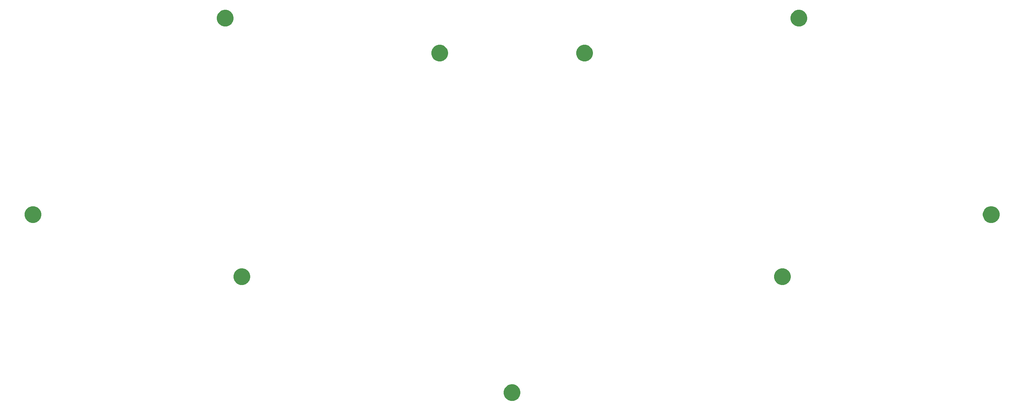
<source format=gbr>
G04 #@! TF.GenerationSoftware,KiCad,Pcbnew,5.1.5-52549c5~86~ubuntu18.04.1*
G04 #@! TF.CreationDate,2020-04-17T17:34:57+02:00*
G04 #@! TF.ProjectId,bottom,626f7474-6f6d-42e6-9b69-6361645f7063,rev?*
G04 #@! TF.SameCoordinates,Original*
G04 #@! TF.FileFunction,Soldermask,Bot*
G04 #@! TF.FilePolarity,Negative*
%FSLAX46Y46*%
G04 Gerber Fmt 4.6, Leading zero omitted, Abs format (unit mm)*
G04 Created by KiCad (PCBNEW 5.1.5-52549c5~86~ubuntu18.04.1) date 2020-04-17 17:34:57*
%MOMM*%
%LPD*%
G04 APERTURE LIST*
%ADD10C,0.100000*%
G04 APERTURE END LIST*
D10*
G36*
X148730880Y-145058276D02*
G01*
X149111593Y-145134004D01*
X149521249Y-145303689D01*
X149889929Y-145550034D01*
X150203466Y-145863571D01*
X150449811Y-146232251D01*
X150619496Y-146641907D01*
X150706000Y-147076796D01*
X150706000Y-147520204D01*
X150619496Y-147955093D01*
X150449811Y-148364749D01*
X150203466Y-148733429D01*
X149889929Y-149046966D01*
X149521249Y-149293311D01*
X149111593Y-149462996D01*
X148730880Y-149538724D01*
X148676705Y-149549500D01*
X148233295Y-149549500D01*
X148179120Y-149538724D01*
X147798407Y-149462996D01*
X147388751Y-149293311D01*
X147020071Y-149046966D01*
X146706534Y-148733429D01*
X146460189Y-148364749D01*
X146290504Y-147955093D01*
X146204000Y-147520204D01*
X146204000Y-147076796D01*
X146290504Y-146641907D01*
X146460189Y-146232251D01*
X146706534Y-145863571D01*
X147020071Y-145550034D01*
X147388751Y-145303689D01*
X147798407Y-145134004D01*
X148179120Y-145058276D01*
X148233295Y-145047500D01*
X148676705Y-145047500D01*
X148730880Y-145058276D01*
G37*
G36*
X221250880Y-113867776D02*
G01*
X221631593Y-113943504D01*
X222041249Y-114113189D01*
X222409929Y-114359534D01*
X222723466Y-114673071D01*
X222969811Y-115041751D01*
X223139496Y-115451407D01*
X223226000Y-115886296D01*
X223226000Y-116329704D01*
X223139496Y-116764593D01*
X222969811Y-117174249D01*
X222723466Y-117542929D01*
X222409929Y-117856466D01*
X222041249Y-118102811D01*
X221631593Y-118272496D01*
X221250880Y-118348224D01*
X221196705Y-118359000D01*
X220753295Y-118359000D01*
X220699120Y-118348224D01*
X220318407Y-118272496D01*
X219908751Y-118102811D01*
X219540071Y-117856466D01*
X219226534Y-117542929D01*
X218980189Y-117174249D01*
X218810504Y-116764593D01*
X218724000Y-116329704D01*
X218724000Y-115886296D01*
X218810504Y-115451407D01*
X218980189Y-115041751D01*
X219226534Y-114673071D01*
X219540071Y-114359534D01*
X219908751Y-114113189D01*
X220318407Y-113943504D01*
X220699120Y-113867776D01*
X220753295Y-113857000D01*
X221196705Y-113857000D01*
X221250880Y-113867776D01*
G37*
G36*
X76210580Y-113867776D02*
G01*
X76591293Y-113943504D01*
X77000949Y-114113189D01*
X77369629Y-114359534D01*
X77683166Y-114673071D01*
X77929511Y-115041751D01*
X78099196Y-115451407D01*
X78185700Y-115886296D01*
X78185700Y-116329704D01*
X78099196Y-116764593D01*
X77929511Y-117174249D01*
X77683166Y-117542929D01*
X77369629Y-117856466D01*
X77000949Y-118102811D01*
X76591293Y-118272496D01*
X76210580Y-118348224D01*
X76156405Y-118359000D01*
X75712995Y-118359000D01*
X75658820Y-118348224D01*
X75278107Y-118272496D01*
X74868451Y-118102811D01*
X74499771Y-117856466D01*
X74186234Y-117542929D01*
X73939889Y-117174249D01*
X73770204Y-116764593D01*
X73683700Y-116329704D01*
X73683700Y-115886296D01*
X73770204Y-115451407D01*
X73939889Y-115041751D01*
X74186234Y-114673071D01*
X74499771Y-114359534D01*
X74868451Y-114113189D01*
X75278107Y-113943504D01*
X75658820Y-113867776D01*
X75712995Y-113857000D01*
X76156405Y-113857000D01*
X76210580Y-113867776D01*
G37*
G36*
X277280880Y-97167776D02*
G01*
X277661593Y-97243504D01*
X278071249Y-97413189D01*
X278439929Y-97659534D01*
X278753466Y-97973071D01*
X278999811Y-98341751D01*
X279169496Y-98751407D01*
X279256000Y-99186296D01*
X279256000Y-99629704D01*
X279169496Y-100064593D01*
X278999811Y-100474249D01*
X278753466Y-100842929D01*
X278439929Y-101156466D01*
X278071249Y-101402811D01*
X277661593Y-101572496D01*
X277280880Y-101648224D01*
X277226705Y-101659000D01*
X276783295Y-101659000D01*
X276729120Y-101648224D01*
X276348407Y-101572496D01*
X275938751Y-101402811D01*
X275570071Y-101156466D01*
X275256534Y-100842929D01*
X275010189Y-100474249D01*
X274840504Y-100064593D01*
X274754000Y-99629704D01*
X274754000Y-99186296D01*
X274840504Y-98751407D01*
X275010189Y-98341751D01*
X275256534Y-97973071D01*
X275570071Y-97659534D01*
X275938751Y-97413189D01*
X276348407Y-97243504D01*
X276729120Y-97167776D01*
X276783295Y-97157000D01*
X277226705Y-97157000D01*
X277280880Y-97167776D01*
G37*
G36*
X20180580Y-97167776D02*
G01*
X20561293Y-97243504D01*
X20970949Y-97413189D01*
X21339629Y-97659534D01*
X21653166Y-97973071D01*
X21899511Y-98341751D01*
X22069196Y-98751407D01*
X22155700Y-99186296D01*
X22155700Y-99629704D01*
X22069196Y-100064593D01*
X21899511Y-100474249D01*
X21653166Y-100842929D01*
X21339629Y-101156466D01*
X20970949Y-101402811D01*
X20561293Y-101572496D01*
X20180580Y-101648224D01*
X20126405Y-101659000D01*
X19682995Y-101659000D01*
X19628820Y-101648224D01*
X19248107Y-101572496D01*
X18838451Y-101402811D01*
X18469771Y-101156466D01*
X18156234Y-100842929D01*
X17909889Y-100474249D01*
X17740204Y-100064593D01*
X17653700Y-99629704D01*
X17653700Y-99186296D01*
X17740204Y-98751407D01*
X17909889Y-98341751D01*
X18156234Y-97973071D01*
X18469771Y-97659534D01*
X18838451Y-97413189D01*
X19248107Y-97243504D01*
X19628820Y-97167776D01*
X19682995Y-97157000D01*
X20126405Y-97157000D01*
X20180580Y-97167776D01*
G37*
G36*
X129300880Y-53787776D02*
G01*
X129681593Y-53863504D01*
X130091249Y-54033189D01*
X130459929Y-54279534D01*
X130773466Y-54593071D01*
X131019811Y-54961751D01*
X131189496Y-55371407D01*
X131276000Y-55806296D01*
X131276000Y-56249704D01*
X131189496Y-56684593D01*
X131019811Y-57094249D01*
X130773466Y-57462929D01*
X130459929Y-57776466D01*
X130091249Y-58022811D01*
X129681593Y-58192496D01*
X129300880Y-58268224D01*
X129246705Y-58279000D01*
X128803295Y-58279000D01*
X128749120Y-58268224D01*
X128368407Y-58192496D01*
X127958751Y-58022811D01*
X127590071Y-57776466D01*
X127276534Y-57462929D01*
X127030189Y-57094249D01*
X126860504Y-56684593D01*
X126774000Y-56249704D01*
X126774000Y-55806296D01*
X126860504Y-55371407D01*
X127030189Y-54961751D01*
X127276534Y-54593071D01*
X127590071Y-54279534D01*
X127958751Y-54033189D01*
X128368407Y-53863504D01*
X128749120Y-53787776D01*
X128803295Y-53777000D01*
X129246705Y-53777000D01*
X129300880Y-53787776D01*
G37*
G36*
X168160880Y-53787776D02*
G01*
X168541593Y-53863504D01*
X168951249Y-54033189D01*
X169319929Y-54279534D01*
X169633466Y-54593071D01*
X169879811Y-54961751D01*
X170049496Y-55371407D01*
X170136000Y-55806296D01*
X170136000Y-56249704D01*
X170049496Y-56684593D01*
X169879811Y-57094249D01*
X169633466Y-57462929D01*
X169319929Y-57776466D01*
X168951249Y-58022811D01*
X168541593Y-58192496D01*
X168160880Y-58268224D01*
X168106705Y-58279000D01*
X167663295Y-58279000D01*
X167609120Y-58268224D01*
X167228407Y-58192496D01*
X166818751Y-58022811D01*
X166450071Y-57776466D01*
X166136534Y-57462929D01*
X165890189Y-57094249D01*
X165720504Y-56684593D01*
X165634000Y-56249704D01*
X165634000Y-55806296D01*
X165720504Y-55371407D01*
X165890189Y-54961751D01*
X166136534Y-54593071D01*
X166450071Y-54279534D01*
X166818751Y-54033189D01*
X167228407Y-53863504D01*
X167609120Y-53787776D01*
X167663295Y-53777000D01*
X168106705Y-53777000D01*
X168160880Y-53787776D01*
G37*
G36*
X71770580Y-44397776D02*
G01*
X72151293Y-44473504D01*
X72560949Y-44643189D01*
X72929629Y-44889534D01*
X73243166Y-45203071D01*
X73489511Y-45571751D01*
X73659196Y-45981407D01*
X73745700Y-46416296D01*
X73745700Y-46859704D01*
X73659196Y-47294593D01*
X73489511Y-47704249D01*
X73243166Y-48072929D01*
X72929629Y-48386466D01*
X72560949Y-48632811D01*
X72151293Y-48802496D01*
X71770580Y-48878224D01*
X71716405Y-48889000D01*
X71272995Y-48889000D01*
X71218820Y-48878224D01*
X70838107Y-48802496D01*
X70428451Y-48632811D01*
X70059771Y-48386466D01*
X69746234Y-48072929D01*
X69499889Y-47704249D01*
X69330204Y-47294593D01*
X69243700Y-46859704D01*
X69243700Y-46416296D01*
X69330204Y-45981407D01*
X69499889Y-45571751D01*
X69746234Y-45203071D01*
X70059771Y-44889534D01*
X70428451Y-44643189D01*
X70838107Y-44473504D01*
X71218820Y-44397776D01*
X71272995Y-44387000D01*
X71716405Y-44387000D01*
X71770580Y-44397776D01*
G37*
G36*
X225690880Y-44397776D02*
G01*
X226071593Y-44473504D01*
X226481249Y-44643189D01*
X226849929Y-44889534D01*
X227163466Y-45203071D01*
X227409811Y-45571751D01*
X227579496Y-45981407D01*
X227666000Y-46416296D01*
X227666000Y-46859704D01*
X227579496Y-47294593D01*
X227409811Y-47704249D01*
X227163466Y-48072929D01*
X226849929Y-48386466D01*
X226481249Y-48632811D01*
X226071593Y-48802496D01*
X225690880Y-48878224D01*
X225636705Y-48889000D01*
X225193295Y-48889000D01*
X225139120Y-48878224D01*
X224758407Y-48802496D01*
X224348751Y-48632811D01*
X223980071Y-48386466D01*
X223666534Y-48072929D01*
X223420189Y-47704249D01*
X223250504Y-47294593D01*
X223164000Y-46859704D01*
X223164000Y-46416296D01*
X223250504Y-45981407D01*
X223420189Y-45571751D01*
X223666534Y-45203071D01*
X223980071Y-44889534D01*
X224348751Y-44643189D01*
X224758407Y-44473504D01*
X225139120Y-44397776D01*
X225193295Y-44387000D01*
X225636705Y-44387000D01*
X225690880Y-44397776D01*
G37*
M02*

</source>
